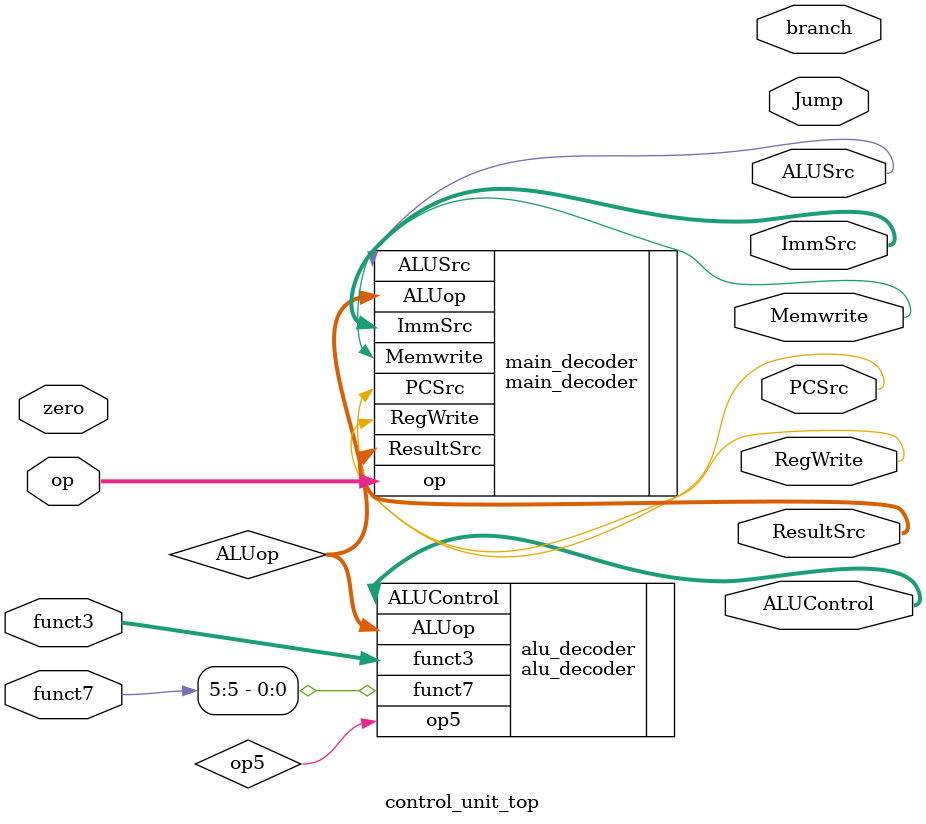
<source format=v>
`include "main_decoder.v"
`include "alu_decoder.v"

module control_unit_top(op,zero,Jump,RegWrite,Memwrite,ResultSrc,ALUSrc,PCSrc,ImmSrc,branch,funct3,funct7,ALUControl);

input [6:0] op,funct7;
input [2:0] funct3 ;
input zero;
output RegWrite,Memwrite,ALUSrc,branch,PCSrc,Jump;
output [1:0] ImmSrc,ResultSrc;
output [2:0] ALUControl;

wire [1:0] ALUop;


    main_decoder main_decoder(
        .op(op),
        .RegWrite(RegWrite),
        .Memwrite(Memwrite),
        .ResultSrc(ResultSrc),
        .ALUSrc(ALUSrc),
        .ImmSrc(ImmSrc),
        .ALUop(ALUop),
        .PCSrc(PCSrc)

    );

 

    alu_decoder alu_decoder(
        .ALUop(ALUop),
        .op5(op5),
        .funct3(funct3),
        .funct7(funct7[5]),
        .ALUControl(ALUControl)

    );



endmodule
</source>
